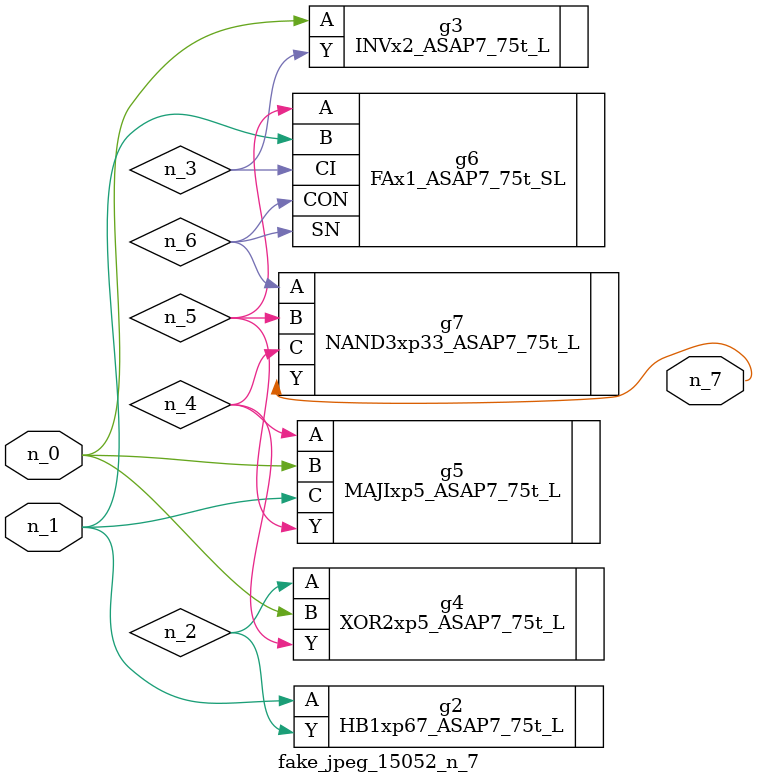
<source format=v>
module fake_jpeg_15052_n_7 (n_0, n_1, n_7);

input n_0;
input n_1;

output n_7;

wire n_2;
wire n_3;
wire n_4;
wire n_6;
wire n_5;

HB1xp67_ASAP7_75t_L g2 ( 
.A(n_1),
.Y(n_2)
);

INVx2_ASAP7_75t_L g3 ( 
.A(n_0),
.Y(n_3)
);

XOR2xp5_ASAP7_75t_L g4 ( 
.A(n_2),
.B(n_0),
.Y(n_4)
);

MAJIxp5_ASAP7_75t_L g5 ( 
.A(n_4),
.B(n_0),
.C(n_1),
.Y(n_5)
);

FAx1_ASAP7_75t_SL g6 ( 
.A(n_5),
.B(n_1),
.CI(n_3),
.CON(n_6),
.SN(n_6)
);

NAND3xp33_ASAP7_75t_L g7 ( 
.A(n_6),
.B(n_5),
.C(n_4),
.Y(n_7)
);


endmodule
</source>
